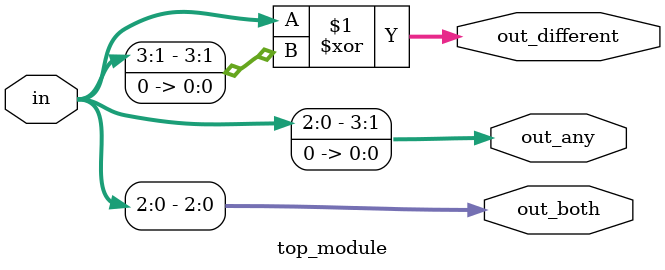
<source format=sv>
module top_module (
    input [3:0] in,
    output [2:0] out_both,
    output [3:0] out_any,
    output [3:0] out_different
);

assign out_both = in[2:0];
assign out_any = {in[2:0], 1'b0};
assign out_different = in ^ {in[3:1], 1'b0};

endmodule

</source>
